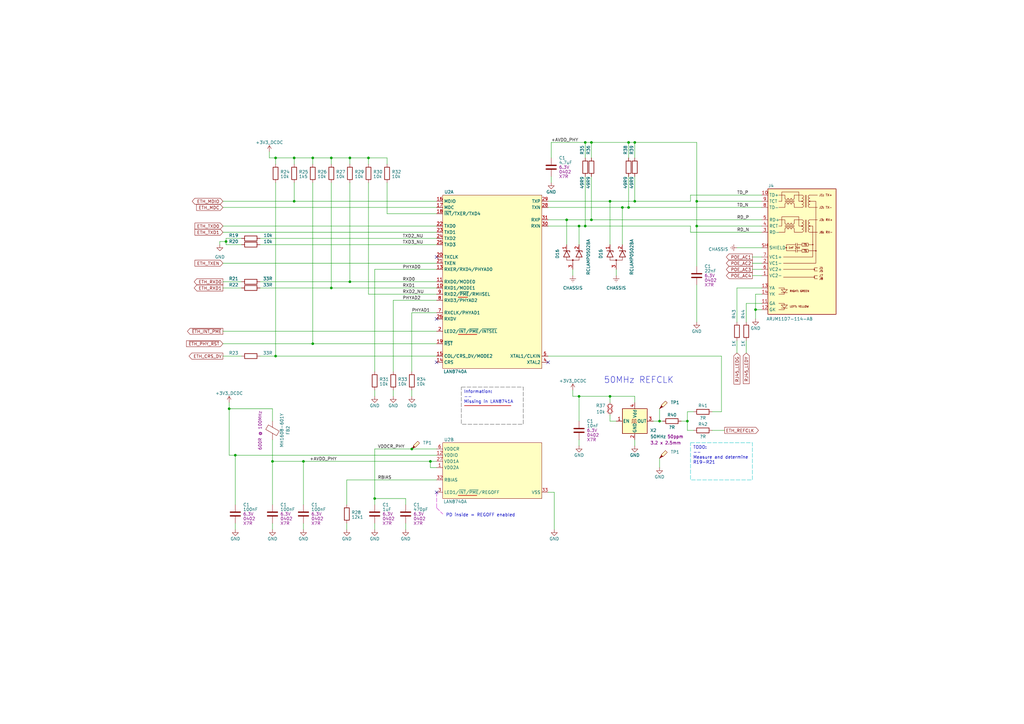
<source format=kicad_sch>
(kicad_sch (version 20230121) (generator eeschema)
  (paper "A3")
  (title_block (title "rt_bridge_pro") (date "2023-04-21") (rev "A") (company "vhrd.tech AS") (comment 1 "Isaikin R.E.") (comment 4 "Draft"))
  (lib_symbols
    (symbol "Connector:TestPoint_Probe" (pin_numbers hide) (pin_names (offset 0.762) hide)
      (property "Reference" "TP" (at 1.651 5.842 0))
      (property "Value" "TestPoint_Probe" (at 1.651 4.064 0))
      (symbol "TestPoint_Probe_1_1"
        (pin passive line (at 0 0 90) (length 0) (name "1") (number "1"))
      )
    )
    (symbol "Device:C" (pin_numbers hide) (pin_names (offset 0.254))
      (property "Reference" "C" (at 0.635 2.54 0))
      (property "Value" "C" (at 0.635 -2.54 0))
      (symbol "C_1_1"
        (pin passive line (at 0 3.81 270) (length 2.794) (name "~") (number "1"))
        (pin passive line (at 0 -3.81 90) (length 2.794) (name "~") (number "2"))
      )
    )
    (symbol "Device:FerriteBead" (pin_numbers hide) (pin_names (offset 0))
      (property "Reference" "FB" (at -3.81 0.635 90))
      (property "Value" "FerriteBead" (at 3.81 0 90))
      (symbol "FerriteBead_1_1"
        (pin passive line (at 0 3.81 270) (length 2.54) (name "~") (number "1"))
        (pin passive line (at 0 -3.81 90) (length 2.54) (name "~") (number "2"))
      )
    )
    (symbol "Device:R" (pin_numbers hide) (pin_names (offset 0))
      (property "Reference" "R" (at 2.032 0 90))
      (property "Value" "R" (at 0 0 90))
      (symbol "R_1_1"
        (pin passive line (at 0 3.81 270) (length 1.27) (name "~") (number "1"))
        (pin passive line (at 0 -3.81 90) (length 1.27) (name "~") (number "2"))
      )
    )
    (symbol "Device:R_Small" (pin_numbers hide) (pin_names (offset 0.254) hide)
      (property "Reference" "R" (at 0.762 0.508 0))
      (property "Value" "R_Small" (at 0.762 -1.016 0))
      (symbol "R_Small_1_1"
        (pin passive line (at 0 2.54 270) (length 0.762) (name "~") (number "1"))
        (pin passive line (at 0 -2.54 90) (length 0.762) (name "~") (number "2"))
      )
    )
    (symbol "Oscillator:ASE-xxxMHz" (pin_names (offset 0.254))
      (property "Reference" "X" (at -5.08 6.35 0))
      (property "Value" "ASE-xxxMHz" (at 1.27 -6.35 0))
      (symbol "ASE-xxxMHz_1_1"
        (pin input line (at -7.62 0 0) (length 2.54) (name "EN") (number "1"))
        (pin power_in line (at 0 -7.62 90) (length 2.54) (name "GND") (number "2"))
        (pin output line (at 7.62 0 180) (length 2.54) (name "OUT") (number "3"))
        (pin power_in line (at 0 7.62 270) (length 2.54) (name "Vdd") (number "4"))
      )
    )
    (symbol "Power_Protection:RCLAMP0502BA" (pin_names hide)
      (property "Reference" "D" (at 0 5.08 0))
      (property "Value" "RCLAMP0502BA" (at 0 -5.08 0))
      (symbol "RCLAMP0502BA_0_1"
        (pin passive line (at -5.08 0 0) (length 2.54) (name "A") (number "3"))
      )
      (symbol "RCLAMP0502BA_1_1"
        (pin passive line (at 5.08 2.54 180) (length 2.54) (name "K1") (number "1"))
        (pin passive line (at 5.08 -2.54 180) (length 2.54) (name "K2") (number "2"))
      )
    )
    (symbol "power:GND" (power) (pin_names (offset 0))
      (property "Value" "GND" (at 0 -3.81 0))
      (symbol "GND_1_1"
        (pin power_in line (at 0 0 270) (length 0) hide (name "GND") (number "1"))
      )
    )
    (symbol "vhrd_connector_abracon:ARJM11D7-114-AB"
      (property "Reference" "J" (at 0.635 1.27 0))
      (property "Value" "ARJM11D7-114-AB" (at 12.7 -24.13 0))
      (property "Description" "100Mbps integrated magnetics and PoE 350mA (cont)" (at 14.605 -57.785 0))
      (symbol "ARJM11D7-114-AB_0_0"
        (text "75" (at 15.24 -25.4 0) (effects (font (size 0.762 0.762))))
        (text "75" (at 15.24 -22.86 0) (effects (font (size 0.762 0.762))))
      )
      (symbol "ARJM11D7-114-AB_1_0"
        (text "1nF 2kV" (at 10.795 -24.13 0) (effects (font (size 0.762 0.762))))
        (text "J1: TX+" (at 20.955 -2.54 0) (effects (font (size 0.889 0.889)) (justify left)))
        (text "J2: TX-" (at 20.955 -7.62 0) (effects (font (size 0.889 0.889)) (justify left)))
        (text "J3: RX+" (at 20.955 -12.7 0) (effects (font (size 0.889 0.889)) (justify left)))
        (text "J4" (at 20.955 -32.385 0) (effects (font (size 0.889 0.889)) (justify left)))
        (text "J5" (at 20.955 -33.655 0) (effects (font (size 0.889 0.889)) (justify left)))
        (text "J6: RX-" (at 20.955 -17.78 0) (effects (font (size 0.889 0.889)) (justify left)))
        (text "J7" (at 20.955 -35.56 0) (effects (font (size 0.889 0.889)) (justify left)))
        (text "J8" (at 20.955 -36.83 0) (effects (font (size 0.889 0.889)) (justify left)))
        (text "LEFT: YELLOW" (at 8.89 -48.26 0) (effects (font (size 0.762 0.762)) (justify left)))
        (text "RIGHT: GREEN" (at 8.89 -41.91 0) (effects (font (size 0.762 0.762)) (justify left)))
      )
      (symbol "ARJM11D7-114-AB_1_1"
        (pin power_out line (at -2.54 -35.56 0) (length 2.54) (name "VC2-") (number "1"))
        (pin passive line (at -2.54 -2.54 0) (length 2.54) (name "TD+") (number "10"))
        (pin passive line (at -2.54 -46.99 0) (length 2.54) (name "GA") (number "11"))
        (pin passive line (at -2.54 -49.53 0) (length 2.54) (name "GK") (number "12"))
        (pin passive line (at -2.54 -40.64 0) (length 2.54) (name "YA") (number "13"))
        (pin passive line (at -2.54 -43.18 0) (length 2.54) (name "YK") (number "14"))
        (pin power_out line (at -2.54 -30.48 0) (length 2.54) (name "VC1-") (number "2"))
        (pin passive line (at -2.54 -17.78 0) (length 2.54) (name "RD-") (number "3"))
        (pin passive line (at -2.54 -15.24 0) (length 2.54) (name "RCT") (number "4"))
        (pin passive line (at -2.54 -12.7 0) (length 2.54) (name "RD+") (number "5"))
        (pin power_out line (at -2.54 -33.02 0) (length 2.54) (name "VC2+") (number "6"))
        (pin power_out line (at -2.54 -27.94 0) (length 2.54) (name "VC1+") (number "7"))
        (pin passive line (at -2.54 -7.62 0) (length 2.54) (name "TD-") (number "8"))
        (pin passive line (at -2.54 -5.08 0) (length 2.54) (name "TCT") (number "9"))
        (pin passive line (at -2.54 -24.13 0) (length 2.54) (name "SHIELD") (number "SH"))
      )
    )
    (symbol "vhrd_interface_ethernet:LAN8740A"
      (property "Reference" "U" (at 2.54 5.08 0))
      (property "Value" "LAN8740A" (at 22.86 5.08 0))
      (symbol "LAN8740A_1_1"
        (pin bidirectional line (at -2.54 -38.1 0) (length 2.54) (name "RXD1/MODE1") (number "10"))
        (pin bidirectional line (at -2.54 -35.56 0) (length 2.54) (name "RXD0/MODE0") (number "11"))
        (pin bidirectional line (at -2.54 -30.48 0) (length 2.54) (name "RXER/RXD4/PHYAD0") (number "13"))
        (pin output line (at -2.54 -68.58 0) (length 2.54) (name "CRS") (number "14"))
        (pin bidirectional line (at -2.54 -66.04 0) (length 2.54) (name "COL/CRS_DV/MODE2") (number "15"))
        (pin bidirectional line (at -2.54 -2.54 0) (length 2.54) (name "MDIO") (number "16"))
        (pin input line (at -2.54 -5.08 0) (length 2.54) (name "MDC") (number "17"))
        (pin bidirectional line (at -2.54 -7.62 0) (length 2.54) (name "~{INT}/TXER/TXD4") (number "18"))
        (pin input line (at -2.54 -60.96 0) (length 2.54) (name "~{RST}") (number "19"))
        (pin bidirectional line (at -2.54 -55.88 0) (length 2.54) (name "LED2/~{INT}/~{PME}/~{INTSEL}") (number "2"))
        (pin output line (at -2.54 -25.4 0) (length 2.54) (name "TXCLK") (number "20"))
        (pin input line (at -2.54 -27.94 0) (length 2.54) (name "TXEN") (number "21"))
        (pin input line (at -2.54 -12.7 0) (length 2.54) (name "TXD0") (number "22"))
        (pin input line (at -2.54 -15.24 0) (length 2.54) (name "TXD1") (number "23"))
        (pin input line (at -2.54 -17.78 0) (length 2.54) (name "TXD2") (number "24"))
        (pin input line (at -2.54 -20.32 0) (length 2.54) (name "TXD3") (number "25"))
        (pin output line (at -2.54 -50.8 0) (length 2.54) (name "RXDV") (number "26"))
        (pin bidirectional line (at 43.18 -5.08 180) (length 2.54) (name "TXN") (number "28"))
        (pin bidirectional line (at 43.18 -2.54 180) (length 2.54) (name "TXP") (number "29"))
        (pin bidirectional line (at 43.18 -12.7 180) (length 2.54) (name "RXN") (number "30"))
        (pin bidirectional line (at 43.18 -10.16 180) (length 2.54) (name "RXP") (number "31"))
        (pin output line (at 43.18 -68.58 180) (length 2.54) (name "XTAL2") (number "4"))
        (pin input line (at 43.18 -66.04 180) (length 2.54) (name "XTAL1/CLKIN") (number "5"))
        (pin bidirectional line (at -2.54 -48.26 0) (length 2.54) (name "RXCLK/PHYAD1") (number "7"))
        (pin bidirectional line (at -2.54 -43.18 0) (length 2.54) (name "RXD3/PHYAD2") (number "8"))
        (pin bidirectional line (at -2.54 -40.64 0) (length 2.54) (name "RXD2/~{PME}/RMIISEL") (number "9"))
      )
      (symbol "LAN8740A_2_1"
        (pin power_in line (at -2.54 -10.16 0) (length 2.54) (name "VDD2A") (number "1"))
        (pin power_in line (at -2.54 -5.08 0) (length 2.54) (name "VDDIO") (number "12"))
        (pin power_in line (at -2.54 -7.62 0) (length 2.54) (name "VDD1A") (number "27"))
        (pin bidirectional line (at -2.54 -20.32 0) (length 2.54) (name "LED1/~{INT}/~{PME}/REGOFF") (number "3"))
        (pin passive line (at -2.54 -15.24 0) (length 2.54) (name "RBIAS") (number "32"))
        (pin power_in line (at 43.18 -20.32 180) (length 2.54) (name "VSS") (number "33"))
        (pin power_in line (at -2.54 -2.54 0) (length 2.54) (name "VDDCR") (number "6"))
      )
    )
    (symbol "vhrd_power:+3V3_DCDC" (power) (pin_names (offset 0))
      (property "Value" "+3V3_DCDC" (at 0 2.54 0))
      (symbol "+3V3_DCDC_0_0"
        (pin power_in line (at 0 0 90) (length 0) hide (name "+3V3_DCDC") (number "1"))
      )
    )
    (symbol "vhrd_power:CHASSIS" (power) (pin_names (offset 0))
      (property "Value" "CHASSIS" (at 0 -3.81 0))
      (symbol "CHASSIS_1_1"
        (pin power_in line (at 0 0 270) (length 0) hide (name "CHASSIS") (number "1"))
      )
    )
  )
  (junction (at 96.52 186.69))
  (junction (at 240.03 58.42))
  (junction (at 257.81 85.09))
  (junction (at 124.46 189.23))
  (junction (at 285.75 92.71))
  (junction (at 113.03 64.77))
  (junction (at 135.89 118.11))
  (junction (at 113.03 146.05))
  (junction (at 92.71 99.06))
  (junction (at 128.27 140.97))
  (junction (at 309.88 127))
  (junction (at 120.65 82.55))
  (junction (at 270.51 172.72))
  (junction (at 260.35 82.55))
  (junction (at 168.91 184.15))
  (junction (at 237.49 162.56))
  (junction (at 232.41 90.17))
  (junction (at 128.27 64.77))
  (junction (at 143.51 115.57))
  (junction (at 257.81 58.42))
  (junction (at 135.89 64.77))
  (junction (at 255.27 85.09))
  (junction (at 237.49 92.71))
  (junction (at 285.75 82.55))
  (junction (at 240.03 92.71))
  (junction (at 111.76 189.23))
  (junction (at 242.57 58.42))
  (junction (at 260.35 58.42))
  (junction (at 250.19 162.56))
  (junction (at 151.13 64.77))
  (junction (at 176.53 189.23))
  (junction (at 250.19 82.55))
  (junction (at 143.51 64.77))
  (junction (at 93.98 167.64))
  (junction (at 120.65 64.77))
  (junction (at 242.57 90.17))
  (junction (at 153.67 204.47))
  (junction (at 281.94 172.72))
  (no_connect (at 179.07 130.81))
  (no_connect (at 179.07 201.93))
  (no_connect (at 179.07 148.59))
  (no_connect (at 179.07 105.41))
  (no_connect (at 224.79 148.59))
  (wire (pts (xy 306.07 139.7) (xy 306.07 144.78)))
  (wire (pts (xy 297.18 176.53) (xy 292.1 176.53)))
  (wire (pts (xy 179.07 82.55) (xy 120.65 82.55)))
  (wire (pts (xy 158.75 87.63) (xy 158.75 74.93)))
  (wire (pts (xy 91.44 115.57) (xy 99.06 115.57)))
  (wire (pts (xy 106.68 146.05) (xy 113.03 146.05)))
  (wire (pts (xy 226.06 58.42) (xy 240.03 58.42)))
  (wire (pts (xy 250.19 162.56) (xy 250.19 165.1)))
  (wire (pts (xy 271.78 172.72) (xy 270.51 172.72)))
  (wire (pts (xy 240.03 64.77) (xy 240.03 58.42)))
  (wire (pts (xy 237.49 180.34) (xy 237.49 182.88)))
  (wire (pts (xy 92.71 99.06) (xy 92.71 97.79)))
  (wire (pts (xy 135.89 64.77) (xy 143.51 64.77)))
  (wire (pts (xy 111.76 189.23) (xy 111.76 207.01)))
  (wire (pts (xy 237.49 92.71) (xy 240.03 92.71)))
  (polyline (pts (xy 190.5 166.37) (xy 209.55 166.37)) (stroke (width 0.254) (color 194 0 0 1)))
  (wire (pts (xy 260.35 162.56) (xy 260.35 165.1)))
  (wire (pts (xy 270.51 167.64) (xy 270.51 172.72)))
  (wire (pts (xy 237.49 172.72) (xy 237.49 162.56)))
  (wire (pts (xy 161.29 152.4) (xy 161.29 123.19)))
  (wire (pts (xy 135.89 118.11) (xy 106.68 118.11)))
  (wire (pts (xy 255.27 85.09) (xy 255.27 100.33)))
  (wire (pts (xy 128.27 64.77) (xy 135.89 64.77)))
  (wire (pts (xy 168.91 184.15) (xy 179.07 184.15)))
  (wire (pts (xy 120.65 64.77) (xy 128.27 64.77)))
  (wire (pts (xy 120.65 82.55) (xy 120.65 74.93)))
  (wire (pts (xy 306.07 132.08) (xy 306.07 124.46)))
  (wire (pts (xy 237.49 162.56) (xy 250.19 162.56)))
  (wire (pts (xy 153.67 214.63) (xy 153.67 217.17)))
  (wire (pts (xy 224.79 90.17) (xy 232.41 90.17)))
  (wire (pts (xy 281.94 176.53) (xy 281.94 172.72)))
  (wire (pts (xy 240.03 72.39) (xy 240.03 92.71)))
  (wire (pts (xy 179.07 95.25) (xy 91.44 95.25)))
  (wire (pts (xy 135.89 74.93) (xy 135.89 118.11)))
  (wire (pts (xy 242.57 90.17) (xy 312.42 90.17)))
  (wire (pts (xy 111.76 172.72) (xy 111.76 167.64)))
  (wire (pts (xy 260.35 82.55) (xy 283.21 82.55)))
  (wire (pts (xy 312.42 120.65) (xy 309.88 120.65)))
  (wire (pts (xy 255.27 85.09) (xy 257.81 85.09)))
  (wire (pts (xy 285.75 58.42) (xy 285.75 82.55)))
  (wire (pts (xy 260.35 58.42) (xy 285.75 58.42)))
  (wire (pts (xy 124.46 207.01) (xy 124.46 189.23)))
  (wire (pts (xy 260.35 72.39) (xy 260.35 82.55)))
  (wire (pts (xy 292.1 168.91) (xy 295.91 168.91)))
  (polyline (pts (xy 187.96 121.92) (xy 191.77 121.92)) (stroke (width 0.254) (color 194 0 0 1)))
  (wire (pts (xy 240.03 92.71) (xy 283.21 92.71)))
  (wire (pts (xy 166.37 204.47) (xy 153.67 204.47)))
  (wire (pts (xy 179.07 115.57) (xy 143.51 115.57)))
  (wire (pts (xy 279.4 172.72) (xy 281.94 172.72)))
  (polyline (pts (xy 179.07 201.93) (xy 179.07 208.28)) (stroke (width 0) (type dash) (color 194 0 194 1)))
  (wire (pts (xy 176.53 189.23) (xy 179.07 189.23)))
  (wire (pts (xy 106.68 97.79) (xy 179.07 97.79)))
  (wire (pts (xy 151.13 120.65) (xy 151.13 74.93)))
  (wire (pts (xy 250.19 82.55) (xy 250.19 100.33)))
  (wire (pts (xy 270.51 187.96) (xy 270.51 191.77)))
  (wire (pts (xy 250.19 162.56) (xy 260.35 162.56)))
  (wire (pts (xy 179.07 140.97) (xy 128.27 140.97)))
  (wire (pts (xy 309.88 130.81) (xy 309.88 127)))
  (wire (pts (xy 106.68 100.33) (xy 179.07 100.33)))
  (wire (pts (xy 90.17 100.33) (xy 90.17 99.06)))
  (wire (pts (xy 92.71 97.79) (xy 99.06 97.79)))
  (polyline (pts (xy 248.92 168.91) (xy 251.46 166.37)) (stroke (width 0) (color 194 0 0 1)))
  (wire (pts (xy 242.57 72.39) (xy 242.57 90.17)))
  (wire (pts (xy 240.03 58.42) (xy 242.57 58.42)))
  (wire (pts (xy 142.24 196.85) (xy 179.07 196.85)))
  (wire (pts (xy 143.51 74.93) (xy 143.51 115.57)))
  (wire (pts (xy 93.98 165.1) (xy 93.98 167.64)))
  (wire (pts (xy 153.67 204.47) (xy 153.67 207.01)))
  (wire (pts (xy 285.75 82.55) (xy 312.42 82.55)))
  (wire (pts (xy 91.44 135.89) (xy 179.07 135.89)))
  (wire (pts (xy 124.46 189.23) (xy 176.53 189.23)))
  (wire (pts (xy 168.91 128.27) (xy 179.07 128.27)))
  (polyline (pts (xy 179.07 208.28) (xy 181.61 210.82)) (stroke (width 0) (type dash) (color 194 0 194 1)))
  (polyline (pts (xy 187.96 137.16) (xy 195.58 137.16)) (stroke (width 0.254) (color 194 0 0 1)))
  (wire (pts (xy 237.49 92.71) (xy 237.49 100.33)))
  (wire (pts (xy 312.42 110.49) (xy 308.61 110.49)))
  (wire (pts (xy 166.37 207.01) (xy 166.37 204.47)))
  (wire (pts (xy 252.73 110.49) (xy 252.73 113.03)))
  (wire (pts (xy 283.21 92.71) (xy 283.21 95.25)))
  (wire (pts (xy 91.44 107.95) (xy 179.07 107.95)))
  (wire (pts (xy 237.49 162.56) (xy 234.95 162.56)))
  (wire (pts (xy 168.91 160.02) (xy 168.91 162.56)))
  (wire (pts (xy 113.03 67.31) (xy 113.03 64.77)))
  (wire (pts (xy 110.49 62.23) (xy 110.49 64.77)))
  (wire (pts (xy 91.44 140.97) (xy 128.27 140.97)))
  (wire (pts (xy 161.29 160.02) (xy 161.29 162.56)))
  (wire (pts (xy 302.26 132.08) (xy 302.26 118.11)))
  (wire (pts (xy 302.26 118.11) (xy 312.42 118.11)))
  (wire (pts (xy 284.48 176.53) (xy 281.94 176.53)))
  (wire (pts (xy 111.76 167.64) (xy 93.98 167.64)))
  (wire (pts (xy 179.07 118.11) (xy 135.89 118.11)))
  (wire (pts (xy 281.94 172.72) (xy 281.94 168.91)))
  (wire (pts (xy 153.67 184.15) (xy 168.91 184.15)))
  (wire (pts (xy 257.81 85.09) (xy 312.42 85.09)))
  (wire (pts (xy 153.67 110.49) (xy 179.07 110.49)))
  (wire (pts (xy 90.17 99.06) (xy 92.71 99.06)))
  (wire (pts (xy 306.07 124.46) (xy 312.42 124.46)))
  (wire (pts (xy 227.33 201.93) (xy 224.79 201.93)))
  (wire (pts (xy 252.73 172.72) (xy 250.19 172.72)))
  (wire (pts (xy 176.53 191.77) (xy 176.53 189.23)))
  (wire (pts (xy 153.67 152.4) (xy 153.67 110.49)))
  (wire (pts (xy 113.03 146.05) (xy 179.07 146.05)))
  (wire (pts (xy 143.51 64.77) (xy 143.51 67.31)))
  (wire (pts (xy 179.07 87.63) (xy 158.75 87.63)))
  (wire (pts (xy 153.67 160.02) (xy 153.67 162.56)))
  (wire (pts (xy 312.42 107.95) (xy 308.61 107.95)))
  (wire (pts (xy 113.03 64.77) (xy 120.65 64.77)))
  (wire (pts (xy 283.21 80.01) (xy 283.21 82.55)))
  (wire (pts (xy 151.13 64.77) (xy 151.13 67.31)))
  (wire (pts (xy 309.88 127) (xy 312.42 127)))
  (wire (pts (xy 295.91 146.05) (xy 224.79 146.05)))
  (wire (pts (xy 226.06 58.42) (xy 226.06 64.77)))
  (wire (pts (xy 135.89 64.77) (xy 135.89 67.31)))
  (wire (pts (xy 234.95 160.02) (xy 234.95 162.56)))
  (wire (pts (xy 111.76 214.63) (xy 111.76 217.17)))
  (wire (pts (xy 283.21 95.25) (xy 312.42 95.25)))
  (wire (pts (xy 153.67 204.47) (xy 153.67 184.15)))
  (wire (pts (xy 158.75 64.77) (xy 158.75 67.31)))
  (wire (pts (xy 96.52 186.69) (xy 93.98 186.69)))
  (polyline (pts (xy 248.92 166.37) (xy 251.46 168.91)) (stroke (width 0) (color 194 0 0 1)))
  (wire (pts (xy 250.19 172.72) (xy 250.19 170.18)))
  (wire (pts (xy 179.07 191.77) (xy 176.53 191.77)))
  (wire (pts (xy 309.88 120.65) (xy 309.88 127)))
  (wire (pts (xy 260.35 58.42) (xy 260.35 64.77)))
  (wire (pts (xy 285.75 92.71) (xy 285.75 109.22)))
  (wire (pts (xy 312.42 105.41) (xy 308.61 105.41)))
  (wire (pts (xy 312.42 113.03) (xy 308.61 113.03)))
  (wire (pts (xy 285.75 116.84) (xy 285.75 132.08)))
  (wire (pts (xy 166.37 214.63) (xy 166.37 217.17)))
  (wire (pts (xy 179.07 92.71) (xy 91.44 92.71)))
  (wire (pts (xy 224.79 92.71) (xy 237.49 92.71)))
  (wire (pts (xy 232.41 90.17) (xy 232.41 100.33)))
  (wire (pts (xy 124.46 189.23) (xy 111.76 189.23)))
  (wire (pts (xy 285.75 92.71) (xy 312.42 92.71)))
  (wire (pts (xy 111.76 180.34) (xy 111.76 189.23)))
  (wire (pts (xy 232.41 90.17) (xy 242.57 90.17)))
  (wire (pts (xy 227.33 217.17) (xy 227.33 201.93)))
  (wire (pts (xy 151.13 64.77) (xy 158.75 64.77)))
  (wire (pts (xy 168.91 152.4) (xy 168.91 128.27)))
  (wire (pts (xy 257.81 58.42) (xy 260.35 58.42)))
  (wire (pts (xy 295.91 168.91) (xy 295.91 146.05)))
  (wire (pts (xy 120.65 64.77) (xy 120.65 67.31)))
  (wire (pts (xy 92.71 100.33) (xy 92.71 99.06)))
  (wire (pts (xy 128.27 140.97) (xy 128.27 74.93)))
  (wire (pts (xy 142.24 207.01) (xy 142.24 196.85)))
  (wire (pts (xy 283.21 80.01) (xy 312.42 80.01)))
  (wire (pts (xy 151.13 120.65) (xy 179.07 120.65)))
  (wire (pts (xy 234.95 110.49) (xy 234.95 113.03)))
  (polyline (pts (xy 187.96 203.2) (xy 195.58 203.2)) (stroke (width 0.254) (color 194 0 0 1)))
  (wire (pts (xy 143.51 64.77) (xy 151.13 64.77)))
  (wire (pts (xy 92.71 100.33) (xy 99.06 100.33)))
  (wire (pts (xy 250.19 82.55) (xy 260.35 82.55)))
  (wire (pts (xy 113.03 74.93) (xy 113.03 146.05)))
  (wire (pts (xy 224.79 85.09) (xy 255.27 85.09)))
  (wire (pts (xy 143.51 115.57) (xy 106.68 115.57)))
  (wire (pts (xy 242.57 58.42) (xy 242.57 64.77)))
  (wire (pts (xy 96.52 214.63) (xy 96.52 217.17)))
  (wire (pts (xy 93.98 167.64) (xy 93.98 186.69)))
  (wire (pts (xy 257.81 72.39) (xy 257.81 85.09)))
  (wire (pts (xy 142.24 214.63) (xy 142.24 217.17)))
  (wire (pts (xy 281.94 168.91) (xy 284.48 168.91)))
  (wire (pts (xy 128.27 64.77) (xy 128.27 67.31)))
  (wire (pts (xy 91.44 82.55) (xy 120.65 82.55)))
  (wire (pts (xy 113.03 64.77) (xy 110.49 64.77)))
  (wire (pts (xy 91.44 146.05) (xy 99.06 146.05)))
  (wire (pts (xy 302.26 139.7) (xy 302.26 144.78)))
  (wire (pts (xy 257.81 58.42) (xy 257.81 64.77)))
  (wire (pts (xy 161.29 123.19) (xy 179.07 123.19)))
  (wire (pts (xy 285.75 82.55) (xy 285.75 92.71)))
  (wire (pts (xy 96.52 186.69) (xy 179.07 186.69)))
  (wire (pts (xy 91.44 85.09) (xy 179.07 85.09)))
  (wire (pts (xy 242.57 58.42) (xy 257.81 58.42)))
  (wire (pts (xy 224.79 82.55) (xy 250.19 82.55)))
  (wire (pts (xy 270.51 172.72) (xy 267.97 172.72)))
  (wire (pts (xy 226.06 72.39) (xy 226.06 74.93)))
  (wire (pts (xy 91.44 118.11) (xy 99.06 118.11)))
  (wire (pts (xy 96.52 207.01) (xy 96.52 186.69)))
  (wire (pts (xy 260.35 180.34) (xy 260.35 182.88)))
  (wire (pts (xy 302.26 101.6) (xy 312.42 101.6)))
  (wire (pts (xy 124.46 214.63) (xy 124.46 217.17)))
  (text_box "Information:\n--\nMissing in LAN8741A\n" (at 189.23 158.75 0) (size 25.4 15.24) (stroke (width 0.1524) (type dash) (color 72 72 72 1)) (effects (font (size 1.27 1.27)) (justify left top)))
  (text_box "TODO:\n--\nMeasure and determine R19-R21" (at 283.21 181.61 0) (size 25.4 15.24) (stroke (width 0.1524) (type dash) (color 0 194 194 1)) (effects (font (size 1.27 1.27)) (justify left top)))
  (text "50MHz REFCLK" (at 247.65 157.48 0) (effects (font (size 2.54 2.54)) (justify left bottom)))
  (text "PD inside = REGOFF enabled " (at 182.88 212.09 0) (effects (font (size 1.27 1.27)) (justify left bottom)))
  (label "TXD2_NU" (at 165.1 97.79 0))
  (label "RD_P" (at 302.26 90.17 0))
  (label "+AVDD_PHY" (at 127 189.23 0))
  (label "PHYAD2" (at 165.1 123.19 0))
  (label "PHYAD0" (at 165.1 110.49 0))
  (label "TD_P" (at 302.26 80.01 0))
  (label "PHYAD1" (at 168.91 128.27 0))
  (label "TD_N" (at 302.26 85.09 0))
  (label "RBIAS" (at 154.94 196.85 0))
  (label "RXD2_NU" (at 165.1 120.65 0))
  (label "RD_N" (at 302.26 95.25 0))
  (label "RXD0" (at 165.1 115.57 0))
  (label "VDDCR_PHY" (at 154.94 184.15 0))
  (label "+AVDD_PHY" (at 226.06 58.42 0))
  (label "RXD1" (at 165.1 118.11 0))
  (label "TXD3_NU" (at 165.1 100.33 0))
  (global_label "ETH_TXD0" (shape input) (at 91.44 92.71 180) (property "Intersheetrefs" "${INTERSHEET_REFS}" (effects hide)))
  (global_label "POE_AC1" (shape output) (at 308.61 105.41 180) (property "Intersheetrefs" "${INTERSHEET_REFS}" (effects hide)))
  (global_label "POE_AC4" (shape output) (at 308.61 113.03 180) (property "Intersheetrefs" "${INTERSHEET_REFS}" (effects hide)))
  (global_label "~{ETH_PHY_RST}" (shape input) (at 91.44 140.97 180) (property "Intersheetrefs" "${INTERSHEET_REFS}" (effects hide)))
  (global_label "POE_AC2" (shape output) (at 308.61 107.95 180) (property "Intersheetrefs" "${INTERSHEET_REFS}" (effects hide)))
  (global_label "~{ETH_INT_PME}" (shape output) (at 91.44 135.89 180) (property "Intersheetrefs" "${INTERSHEET_REFS}" (effects hide)))
  (global_label "POE_AC3" (shape output) (at 308.61 110.49 180) (property "Intersheetrefs" "${INTERSHEET_REFS}" (effects hide)))
  (global_label "ETH_TXEN" (shape input) (at 91.44 107.95 180) (property "Intersheetrefs" "${INTERSHEET_REFS}" (effects hide)))
  (global_label "ETH_TXD1" (shape input) (at 91.44 95.25 180) (property "Intersheetrefs" "${INTERSHEET_REFS}" (effects hide)))
  (global_label "ETH_CRS_DV" (shape output) (at 91.44 146.05 180) (property "Intersheetrefs" "${INTERSHEET_REFS}" (effects hide)))
  (global_label "ETH_MDC" (shape input) (at 91.44 85.09 180) (property "Intersheetrefs" "${INTERSHEET_REFS}" (effects hide)))
  (global_label "ETH_RXD0" (shape output) (at 91.44 115.57 180) (property "Intersheetrefs" "${INTERSHEET_REFS}" (effects hide)))
  (global_label "ETH_RXD1" (shape output) (at 91.44 118.11 180) (property "Intersheetrefs" "${INTERSHEET_REFS}" (effects hide)))
  (global_label "ETH_REFCLK" (shape output) (at 297.18 176.53 0) (property "Intersheetrefs" "${INTERSHEET_REFS}" (effects hide)))
  (global_label "ETH_MDIO" (shape bidirectional) (at 91.44 82.55 180) (property "Intersheetrefs" "${INTERSHEET_REFS}" (effects hide)))
  (global_label "RJ45_LEDG" (shape input) (at 302.26 144.78 270) (property "Intersheetrefs" "${INTERSHEET_REFS}" (effects hide)))
  (global_label "RJ45_LEDY" (shape input) (at 306.07 144.78 270) (property "Intersheetrefs" "${INTERSHEET_REFS}" (effects hide)))
  (symbol (lib_id "Device:R") (at 240.03 68.58 0) (unit 1)
    (property "Reference" "R35" (at 238.76 63.5 90) (effects (justify left)))
    (property "Value" "49R9" (at 238.76 77.47 90) (effects (justify left)))
    (property "Footprint" "Resistor_SMD:R_0402_1005Metric" (effects hide))
    (property "Mpn1" "CR0402-FX-49R9GLF" (effects hide))
    (property "Mpn2" "RMCF0402FT49R9" (effects hide))
  )
  (symbol (lib_id "Device:R") (at 257.81 68.58 0) (unit 1)
    (property "Reference" "R38" (at 256.54 63.5 90) (effects (justify left)))
    (property "Value" "49R9" (at 256.54 77.47 90) (effects (justify left)))
    (property "Footprint" "Resistor_SMD:R_0402_1005Metric" (effects hide))
    (property "Mpn1" "CR0402-FX-49R9GLF" (effects hide))
    (property "Mpn2" "RMCF0402FT49R9" (effects hide))
  )
  (symbol (lib_id "Device:C") (at 285.75 113.03 0) (unit 1)
    (property "Reference" "C1" (at 288.925 109.22 0) (effects (justify left)))
    (property "Value" "22nF" (at 288.925 111.125 0) (effects (justify left)))
    (property "Footprint" "Capacitor_SMD:C_0402_1005Metric" (effects hide))
    (property "Voltage" "6.3V" (at 288.925 113.03 0) (effects (justify left)))
    (property "Dielectric" "X7R" (at 288.925 116.84 0) (effects (justify left)))
    (property "Package" "0402" (at 288.925 114.935 0) (effects (justify left)))
    (property "Mpn1" "GRM155R70J223KA01J" (effects hide))
    (property "Mpn2" "C0402C223K9RAC7867" (effects hide))
    (instances (project "vb125_eth_fdcan_pro" (path "" (reference "C1") (unit 1)) (path "" (reference "C40") (unit 1))))
  )
  (symbol (lib_id "Device:R") (at 302.26 135.89 0) (unit 1)
    (property "Reference" "R43" (at 300.99 130.81 90) (effects (justify left)))
    (property "Value" "1K" (at 300.99 142.24 90) (effects (justify left)))
    (property "Footprint" "Resistor_SMD:R_0402_1005Metric" (effects hide))
    (property "Mpn1" "RMCF0402FT1K00" (effects hide))
    (property "Mpn2" "RC0402FR-071KL" (effects hide))
  )
  (symbol (lib_id "Power_Protection:RCLAMP0502BA") (at 234.95 105.41 90) (unit 1)
    (property "Reference" "D16" (at 228.6 104.14 0))
    (property "Value" "RCLAMP0502BA" (at 241.3 105.41 0))
    (property "Footprint" "Package_TO_SOT_SMD:SOT-416" (effects hide))
    (property "Datasheet" "https://www.semtech.com/products/circuit-protection/low-capacitance/rclamp0502ba" (effects hide))
    (instances (project "vb125_eth_fdcan_pro" (path "" (reference "D16") (unit 1)) (path "" (reference "D1") (unit 1))))
  )
  (symbol (lib_id "power:GND") (at 285.75 132.08 0) (unit 1)
    (property "Reference" "#PWR082" (effects hide))
    (property "Value" "GND" (at 285.75 135.89 0))
  )
  (symbol (lib_id "vhrd_interface_ethernet:LAN8740A") (at 181.61 80.01 0) (unit 1)
    (property "Reference" "U2" (at 184.15 78.74 0))
    (property "Value" "LAN8740A" (at 186.69 152.4 0))
    (property "Footprint" "vhrd_interface_ethernet:QFN-32-1EP_5x5mm_P0.5mm_EP3.3x3.3mm_ThermalVias" (effects hide))
    (property "Datasheet" "http://ww1.microchip.com/downloads/en/DeviceDoc/8710a.pdf" (effects hide))
    (property "Description" "IC TRANSCEIVER FULL 1/1 32SQFN" (effects hide))
  )
  (symbol (lib_id "Device:R") (at 102.87 118.11 90) (unit 1)
    (property "Reference" "R22" (at 97.79 116.84 90) (effects (justify left)))
    (property "Value" "33R" (at 111.76 116.84 90) (effects (justify left)))
    (property "Footprint" "Resistor_SMD:R_0402_1005Metric" (effects hide))
    (property "Mpn1" "CR0402-FX-33R0GLF" (effects hide))
    (property "Mpn2" "RMCF0402FT33R0" (effects hide))
  )
  (symbol (lib_id "vhrd_power:+3V3_DCDC") (at 110.49 62.23 0) (unit 1)
    (property "Reference" "#PWR065" (effects hide))
    (property "Value" "+3V3_DCDC" (at 110.49 58.42 0))
  )
  (symbol (lib_id "power:GND") (at 237.49 182.88 0) (unit 1)
    (property "Reference" "#PWR077" (effects hide))
    (property "Value" "GND" (at 237.49 186.69 0))
  )
  (symbol (lib_id "Device:FerriteBead") (at 111.76 176.53 0) (unit 1)
    (property "Reference" "FB2" (at 118.11 176.4792 90))
    (property "Value" "MH1608-601Y" (at 115.57 176.4792 90))
    (property "Footprint" "Inductor_SMD:L_0603_1608Metric" (effects hide))
    (property "Impedance" "600R @ 100MHz" (at 106.68 176.53 90))
  )
  (symbol (lib_id "power:GND") (at 153.67 217.17 0) (unit 1)
    (property "Reference" "#PWR070" (effects hide))
    (property "Value" "GND" (at 153.67 220.98 0))
  )
  (symbol (lib_id "Device:R") (at 102.87 146.05 90) (unit 1)
    (property "Reference" "R23" (at 97.79 144.78 90) (effects (justify left)))
    (property "Value" "33R" (at 111.76 144.78 90) (effects (justify left)))
    (property "Footprint" "Resistor_SMD:R_0402_1005Metric" (effects hide))
    (property "Mpn1" "CR0402-FX-33R0GLF" (effects hide))
    (property "Mpn2" "RMCF0402FT33R0" (effects hide))
  )
  (symbol (lib_id "Connector:TestPoint_Probe") (at 168.91 184.15 0) (unit 1)
    (property "Reference" "TP1" (at 175.26 181.61 0))
    (property "Value" "TestPoint_Probe" (effects hide))
    (property "Footprint" "TestPoint:TestPoint_Pad_D1.5mm" (effects hide))
    (instances (project "vb125_eth_fdcan_pro" (path "" (reference "TP1") (unit 1)) (path "" (reference "TP4") (unit 1))))
  )
  (symbol (lib_id "power:GND") (at 96.52 217.17 0) (unit 1)
    (property "Reference" "#PWR064" (effects hide))
    (property "Value" "GND" (at 96.52 220.98 0))
  )
  (symbol (lib_id "Device:R") (at 113.03 71.12 0) (unit 1)
    (property "Reference" "R24" (at 114.935 70.485 0) (effects (justify left)))
    (property "Value" "10k" (at 114.935 72.39 0) (effects (justify left)))
    (property "Footprint" "Resistor_SMD:R_0402_1005Metric" (effects hide))
    (property "Mpn1" "RMCF0402FT10K0" (effects hide))
    (property "Mpn2" "CR0402-FX-1002GLF" (effects hide))
  )
  (symbol (lib_id "Device:R") (at 102.87 100.33 90) (unit 1)
    (property "Reference" "R20" (at 97.79 99.06 90) (effects (justify left)))
    (property "Value" "10k" (at 111.76 99.06 90) (effects (justify left)))
    (property "Footprint" "Resistor_SMD:R_0402_1005Metric" (effects hide))
    (property "Mpn1" "RMCF0402FT10K0" (effects hide))
    (property "Mpn2" "CR0402-FX-1002GLF" (effects hide))
  )
  (symbol (lib_id "power:GND") (at 260.35 182.88 0) (unit 1)
    (property "Reference" "#PWR079" (effects hide))
    (property "Value" "GND" (at 260.35 186.69 0))
  )
  (symbol (lib_id "vhrd_connector_abracon:ARJM11D7-114-AB") (at 314.96 77.47 0) (unit 1)
    (property "Reference" "J4" (at 316.23 76.2 0))
    (property "Value" "ARJM11D7-114-AB" (at 323.85 130.81 0))
    (property "Footprint" "vhrd_connector_abracon:ARJM11D7-114-AB-EW2" (effects hide))
    (property "Datasheet" "https://abracon.com/Magnetics/ARJM11.pdf" (effects hide))
    (property "Description" "100Mbps integrated magnetics and PoE 350mA (cont)" (effects hide))
  )
  (symbol (lib_id "Connector:TestPoint_Probe") (at 270.51 187.96 0) (unit 1)
    (property "Reference" "TP1" (at 276.86 185.42 0))
    (property "Value" "TestPoint_Probe" (effects hide))
    (property "Footprint" "TestPoint:TestPoint_Pad_D1.5mm" (effects hide))
    (instances (project "vb125_eth_fdcan_pro" (path "" (reference "TP1") (unit 1)) (path "" (reference "TP6") (unit 1)) (path "" (reference "TP6") (unit 1))))
  )
  (symbol (lib_id "Device:R") (at 158.75 71.12 0) (unit 1)
    (property "Reference" "R32" (at 160.655 70.485 0) (effects (justify left)))
    (property "Value" "10k" (at 160.655 72.39 0) (effects (justify left)))
    (property "Footprint" "Resistor_SMD:R_0402_1005Metric" (effects hide))
    (property "Mpn1" "RMCF0402FT10K0" (effects hide))
    (property "Mpn2" "CR0402-FX-1002GLF" (effects hide))
  )
  (symbol (lib_id "power:GND") (at 226.06 74.93 0) (unit 1)
    (property "Reference" "#PWR074" (effects hide))
    (property "Value" "GND" (at 226.06 78.74 0))
  )
  (symbol (lib_id "Device:R") (at 260.35 68.58 0) (unit 1)
    (property "Reference" "R39" (at 259.08 63.5 90) (effects (justify left)))
    (property "Value" "49R9" (at 259.08 77.47 90) (effects (justify left)))
    (property "Footprint" "Resistor_SMD:R_0402_1005Metric" (effects hide))
    (property "Mpn1" "CR0402-FX-49R9GLF" (effects hide))
    (property "Mpn2" "RMCF0402FT49R9" (effects hide))
  )
  (symbol (lib_id "Device:C") (at 153.67 210.82 0) (unit 1)
    (property "Reference" "C1" (at 156.845 207.01 0) (effects (justify left)))
    (property "Value" "1uF" (at 156.845 208.915 0) (effects (justify left)))
    (property "Footprint" "Capacitor_SMD:C_0402_1005Metric" (effects hide))
    (property "Voltage" "6.3V" (at 156.845 210.82 0) (effects (justify left)))
    (property "Dielectric" "X7R" (at 156.845 214.63 0) (effects (justify left)))
    (property "Package" "0402" (at 156.845 212.725 0) (effects (justify left)))
    (property "Vworking" "3.3V" (effects hide))
    (property "Mpn1" "Murata:GRM155R70J105KA12D" (effects hide))
    (property "Mpn2" "Murata:GRM155R70J105KA12J" (effects hide))
    (instances (project "vb125_eth_fdcan_pro" (path "" (reference "C1") (unit 1)) (path "" (reference "C35") (unit 1))))
  )
  (symbol (lib_id "vhrd_power:CHASSIS") (at 302.26 101.6 270) (unit 1)
    (property "Reference" "#PWR0153" (effects hide))
    (property "Value" "CHASSIS" (at 294.64 102.235 90))
    (instances (project "vb125_eth_fdcan_pro" (path "" (reference "#PWR0153") (unit 1)) (path "" (reference "#PWR083") (unit 1))))
  )
  (symbol (lib_id "Device:R") (at 102.87 115.57 90) (unit 1)
    (property "Reference" "R21" (at 97.79 114.3 90) (effects (justify left)))
    (property "Value" "33R" (at 111.76 114.3 90) (effects (justify left)))
    (property "Footprint" "Resistor_SMD:R_0402_1005Metric" (effects hide))
    (property "Mpn1" "CR0402-FX-33R0GLF" (effects hide))
    (property "Mpn2" "RMCF0402FT33R0" (effects hide))
  )
  (symbol (lib_id "vhrd_power:CHASSIS") (at 234.95 113.03 0) (unit 1)
    (property "Reference" "#PWR0153" (effects hide))
    (property "Value" "CHASSIS" (at 234.95 118.11 0))
    (instances (project "vb125_eth_fdcan_pro" (path "" (reference "#PWR0153") (unit 1)) (path "" (reference "#PWR080") (unit 1))))
  )
  (symbol (lib_id "Device:R") (at 143.51 71.12 0) (unit 1)
    (property "Reference" "R29" (at 145.415 70.485 0) (effects (justify left)))
    (property "Value" "10k" (at 145.415 72.39 0) (effects (justify left)))
    (property "Footprint" "Resistor_SMD:R_0402_1005Metric" (effects hide))
    (property "Mpn1" "RMCF0402FT10K0" (effects hide))
    (property "Mpn2" "CR0402-FX-1002GLF" (effects hide))
  )
  (symbol (lib_id "power:GND") (at 161.29 162.56 0) (unit 1)
    (property "Reference" "#PWR071" (effects hide))
    (property "Value" "GND" (at 161.29 166.37 0))
  )
  (symbol (lib_id "vhrd_power:+3V3_DCDC") (at 93.98 165.1 0) (unit 1)
    (property "Reference" "#PWR063" (effects hide))
    (property "Value" "+3V3_DCDC" (at 93.98 161.29 0))
  )
  (symbol (lib_id "Connector:TestPoint_Probe") (at 270.51 167.64 0) (unit 1)
    (property "Reference" "TP1" (at 276.86 165.1 0))
    (property "Value" "TestPoint_Probe" (effects hide))
    (property "Footprint" "TestPoint:TestPoint_Pad_D1.5mm" (effects hide))
    (instances (project "vb125_eth_fdcan_pro" (path "" (reference "TP1") (unit 1)) (path "" (reference "TP5") (unit 1))))
  )
  (symbol (lib_id "Device:R") (at 161.29 156.21 0) (unit 1)
    (property "Reference" "R33" (at 163.195 155.575 0) (effects (justify left)))
    (property "Value" "10k" (at 163.195 157.48 0) (effects (justify left)))
    (property "Footprint" "Resistor_SMD:R_0402_1005Metric" (effects hide))
    (property "Mpn1" "RMCF0402FT10K0" (effects hide))
    (property "Mpn2" "CR0402-FX-1002GLF" (effects hide))
  )
  (symbol (lib_id "power:GND") (at 270.51 191.77 0) (unit 1)
    (property "Reference" "#PWR081" (effects hide))
    (property "Value" "GND" (at 270.51 195.58 0))
  )
  (symbol (lib_id "Device:R") (at 306.07 135.89 0) (unit 1)
    (property "Reference" "R44" (at 304.8 130.81 90) (effects (justify left)))
    (property "Value" "1K" (at 304.8 142.24 90) (effects (justify left)))
    (property "Footprint" "Resistor_SMD:R_0402_1005Metric" (effects hide))
    (property "Mpn1" "RMCF0402FT1K00" (effects hide))
    (property "Mpn2" "RC0402FR-071KL" (effects hide))
  )
  (symbol (lib_id "power:GND") (at 309.88 130.81 0) (unit 1)
    (property "Reference" "#PWR084" (effects hide))
    (property "Value" "GND" (at 309.88 134.62 0))
  )
  (symbol (lib_id "power:GND") (at 142.24 217.17 0) (unit 1)
    (property "Reference" "#PWR068" (effects hide))
    (property "Value" "GND" (at 142.24 220.98 0))
  )
  (symbol (lib_id "Device:C") (at 124.46 210.82 0) (unit 1)
    (property "Reference" "C1" (at 127.635 207.01 0) (effects (justify left)))
    (property "Value" "100nF" (at 127.635 208.915 0) (effects (justify left)))
    (property "Footprint" "Capacitor_SMD:C_0402_1005Metric" (effects hide))
    (property "Voltage" "6.3V" (at 127.635 210.82 0) (effects (justify left)))
    (property "Dielectric" "X7R" (at 127.635 214.63 0) (effects (justify left)))
    (property "Package" "0402" (at 127.635 212.725 0) (effects (justify left)))
    (property "Vworking" "3.3V" (effects hide))
    (property "Mpn1" "Samsung:CL05B104KQ5NNNC  " (effects hide))
    (property "Mpn2" "YAGEO:CC0402KRX7R5BB104" (effects hide))
    (instances (project "vb125_eth_fdcan_pro" (path "" (reference "C1") (unit 1)) (path "" (reference "C34") (unit 1))))
  )
  (symbol (lib_id "Device:R") (at 142.24 210.82 0) (unit 1)
    (property "Reference" "R28" (at 144.145 210.185 0) (effects (justify left)))
    (property "Value" "12k1" (at 144.145 212.09 0) (effects (justify left)))
    (property "Footprint" "Resistor_SMD:R_0402_1005Metric" (effects hide))
    (property "Mpn1" "RMCF0402FT12K1" (effects hide))
    (property "Mpn2" "RC0402FR-0712K1L" (effects hide))
  )
  (symbol (lib_id "power:GND") (at 227.33 217.17 0) (unit 1)
    (property "Reference" "#PWR075" (effects hide))
    (property "Value" "GND" (at 227.33 220.98 0))
  )
  (symbol (lib_id "Device:C") (at 111.76 210.82 0) (unit 1)
    (property "Reference" "C1" (at 114.935 207.01 0) (effects (justify left)))
    (property "Value" "100nF" (at 114.935 208.915 0) (effects (justify left)))
    (property "Footprint" "Capacitor_SMD:C_0402_1005Metric" (effects hide))
    (property "Voltage" "6.3V" (at 114.935 210.82 0) (effects (justify left)))
    (property "Dielectric" "X7R" (at 114.935 214.63 0) (effects (justify left)))
    (property "Package" "0402" (at 114.935 212.725 0) (effects (justify left)))
    (property "Vworking" "3.3V" (effects hide))
    (property "Mpn1" "Samsung:CL05B104KQ5NNNC  " (effects hide))
    (property "Mpn2" "YAGEO:CC0402KRX7R5BB104" (effects hide))
    (instances (project "vb125_eth_fdcan_pro" (path "" (reference "C1") (unit 1)) (path "" (reference "C33") (unit 1))))
  )
  (symbol (lib_id "Power_Protection:RCLAMP0502BA") (at 252.73 105.41 90) (unit 1)
    (property "Reference" "D16" (at 246.38 104.14 0))
    (property "Value" "RCLAMP0502BA" (at 259.08 105.41 0))
    (property "Footprint" "Package_TO_SOT_SMD:SOT-416" (effects hide))
    (property "Datasheet" "https://www.semtech.com/products/circuit-protection/low-capacitance/rclamp0502ba" (effects hide))
    (instances (project "vb125_eth_fdcan_pro" (path "" (reference "D16") (unit 1)) (path "" (reference "D21") (unit 1))))
  )
  (symbol (lib_id "Device:R") (at 288.29 168.91 90) (unit 1)
    (property "Reference" "R41" (at 288.29 166.37 90))
    (property "Value" "?R" (at 288.29 171.45 90))
    (property "Footprint" "Resistor_SMD:R_0402_1005Metric" (effects hide))
  )
  (symbol (lib_id "Device:R") (at 102.87 97.79 90) (unit 1)
    (property "Reference" "R19" (at 97.79 96.52 90) (effects (justify left)))
    (property "Value" "10k" (at 111.76 96.52 90) (effects (justify left)))
    (property "Footprint" "Resistor_SMD:R_0402_1005Metric" (effects hide))
    (property "Mpn1" "RMCF0402FT10K0" (effects hide))
    (property "Mpn2" "CR0402-FX-1002GLF" (effects hide))
  )
  (symbol (lib_id "vhrd_power:+3V3_DCDC") (at 234.95 160.02 0) (unit 1)
    (property "Reference" "#PWR076" (effects hide))
    (property "Value" "+3V3_DCDC" (at 234.95 156.21 0))
  )
  (symbol (lib_id "power:GND") (at 111.76 217.17 0) (unit 1)
    (property "Reference" "#PWR066" (effects hide))
    (property "Value" "GND" (at 111.76 220.98 0))
  )
  (symbol (lib_id "vhrd_interface_ethernet:LAN8740A") (at 181.61 181.61 0) (unit 2)
    (property "Reference" "U2" (at 184.15 180.34 0))
    (property "Value" "LAN8740A" (at 186.69 205.74 0))
    (property "Footprint" "vhrd_interface_ethernet:QFN-32-1EP_5x5mm_P0.5mm_EP3.3x3.3mm_ThermalVias" (effects hide))
    (property "Datasheet" "http://ww1.microchip.com/downloads/en/DeviceDoc/8710a.pdf" (effects hide))
    (property "Description" "IC TRANSCEIVER FULL 1/1 32SQFN" (effects hide))
  )
  (symbol (lib_id "Device:R") (at 242.57 68.58 0) (unit 1)
    (property "Reference" "R36" (at 241.3 63.5 90) (effects (justify left)))
    (property "Value" "49R9" (at 241.3 77.47 90) (effects (justify left)))
    (property "Footprint" "Resistor_SMD:R_0402_1005Metric" (effects hide))
    (property "Mpn1" "CR0402-FX-49R9GLF" (effects hide))
    (property "Mpn2" "RMCF0402FT49R9" (effects hide))
  )
  (symbol (lib_id "Device:R") (at 153.67 156.21 0) (unit 1)
    (property "Reference" "R31" (at 155.575 155.575 0) (effects (justify left)))
    (property "Value" "10k" (at 155.575 157.48 0) (effects (justify left)))
    (property "Footprint" "Resistor_SMD:R_0402_1005Metric" (effects hide))
    (property "Mpn1" "RMCF0402FT10K0" (effects hide))
    (property "Mpn2" "CR0402-FX-1002GLF" (effects hide))
  )
  (symbol (lib_id "Device:R") (at 288.29 176.53 90) (unit 1)
    (property "Reference" "R42" (at 288.29 173.99 90))
    (property "Value" "?R" (at 288.29 179.07 90))
    (property "Footprint" "Resistor_SMD:R_0402_1005Metric" (effects hide))
  )
  (symbol (lib_id "power:GND") (at 124.46 217.17 0) (unit 1)
    (property "Reference" "#PWR067" (effects hide))
    (property "Value" "GND" (at 124.46 220.98 0))
  )
  (symbol (lib_id "Device:R") (at 120.65 71.12 0) (unit 1)
    (property "Reference" "R25" (at 122.555 70.485 0) (effects (justify left)))
    (property "Value" "1k5" (at 122.555 72.39 0) (effects (justify left)))
    (property "Footprint" "Resistor_SMD:R_0402_1005Metric" (effects hide))
    (property "Mpn1" "CR0402-FX-1501GLF" (effects hide))
    (property "Mpn2" "RMCF0402FT1K50" (effects hide))
  )
  (symbol (lib_id "Device:R") (at 135.89 71.12 0) (unit 1)
    (property "Reference" "R27" (at 137.795 70.485 0) (effects (justify left)))
    (property "Value" "10k" (at 137.795 72.39 0) (effects (justify left)))
    (property "Footprint" "Resistor_SMD:R_0402_1005Metric" (effects hide))
    (property "Mpn1" "RMCF0402FT10K0" (effects hide))
    (property "Mpn2" "CR0402-FX-1002GLF" (effects hide))
  )
  (symbol (lib_id "Device:R") (at 151.13 71.12 0) (unit 1)
    (property "Reference" "R30" (at 153.035 70.485 0) (effects (justify left)))
    (property "Value" "10k" (at 153.035 72.39 0) (effects (justify left)))
    (property "Footprint" "Resistor_SMD:R_0402_1005Metric" (effects hide))
    (property "Mpn1" "RMCF0402FT10K0" (effects hide))
    (property "Mpn2" "CR0402-FX-1002GLF" (effects hide))
  )
  (symbol (lib_id "Device:C") (at 166.37 210.82 0) (unit 1)
    (property "Reference" "C1" (at 169.545 207.01 0) (effects (justify left)))
    (property "Value" "470pF" (at 169.545 208.915 0) (effects (justify left)))
    (property "Footprint" "Capacitor_SMD:C_0402_1005Metric" (effects hide))
    (property "Voltage" "6.3V" (at 169.545 210.82 0) (effects (justify left)))
    (property "Dielectric" "X7R" (at 169.545 214.63 0) (effects (justify left)))
    (property "Package" "0402" (at 169.545 212.725 0) (effects (justify left)))
    (property "Vworking" "3.3V" (effects hide))
    (property "Mpn1" "C0402C471K9RAC7867" (effects hide))
    (property "Mpn2" "1 ПРОИЗВ. В 0402 И 1 ПРОИЗВ. В 0603" (effects hide))
    (instances (project "vb125_eth_fdcan_pro" (path "" (reference "C1") (unit 1)) (path "" (reference "C36") (unit 1))))
  )
  (symbol (lib_id "Device:C") (at 96.52 210.82 0) (unit 1)
    (property "Reference" "C1" (at 99.695 207.01 0) (effects (justify left)))
    (property "Value" "100nF" (at 99.695 208.915 0) (effects (justify left)))
    (property "Footprint" "Capacitor_SMD:C_0402_1005Metric" (effects hide))
    (property "Voltage" "6.3V" (at 99.695 210.82 0) (effects (justify left)))
    (property "Dielectric" "X7R" (at 99.695 214.63 0) (effects (justify left)))
    (property "Package" "0402" (at 99.695 212.725 0) (effects (justify left)))
    (property "Vworking" "3.3V" (effects hide))
    (property "Mpn1" "Samsung:CL05B104KQ5NNNC  " (effects hide))
    (property "Mpn2" "YAGEO:CC0402KRX7R5BB104" (effects hide))
    (instances (project "vb125_eth_fdcan_pro" (path "" (reference "C1") (unit 1)) (path "" (reference "C32") (unit 1))))
  )
  (symbol (lib_id "Oscillator:ASE-xxxMHz") (at 260.35 172.72 0) (unit 1)
    (property "Reference" "X2" (at 267.97 176.53 0))
    (property "Value" "50MHz" (at 266.7 179.07 0) (effects (justify left)))
    (property "Footprint" "vhrd_crystal:Oscillator_SMD_Abracon_ASE-4Pin_3.2x2.5mm" (effects hide))
    (property "Datasheet" "http://www.abracon.com/Oscillators/ASV.pdf" (effects hide))
    (property "Spn1" "Jauch Quartz::O 50,0-JO32-B-1V3-1-T1-LF" (effects hide))
    (property "Spn2" "Abracon::ASE-50.000MHZ-LC-T" (effects hide))
    (property "SizeLW" "3.2 x 2.5mm" (at 266.7 181.61 0) (effects (justify left)))
    (property "Fstability" "50ppm" (at 273.685 179.07 0) (effects (justify left)))
  )
  (symbol (lib_id "power:GND") (at 153.67 162.56 0) (unit 1)
    (property "Reference" "#PWR069" (effects hide))
    (property "Value" "GND" (at 153.67 166.37 0))
  )
  (symbol (lib_id "power:GND") (at 90.17 100.33 0) (unit 1)
    (property "Reference" "#PWR062" (effects hide))
    (property "Value" "GND" (at 90.17 105.41 0))
  )
  (symbol (lib_id "vhrd_power:CHASSIS") (at 252.73 113.03 0) (unit 1)
    (property "Reference" "#PWR0153" (effects hide))
    (property "Value" "CHASSIS" (at 252.73 118.11 0))
    (instances (project "vb125_eth_fdcan_pro" (path "" (reference "#PWR0153") (unit 1)) (path "" (reference "#PWR0171") (unit 1))))
  )
  (symbol (lib_id "power:GND") (at 168.91 162.56 0) (unit 1)
    (property "Reference" "#PWR073" (effects hide))
    (property "Value" "GND" (at 168.91 166.37 0))
  )
  (symbol (lib_id "Device:C") (at 237.49 176.53 0) (unit 1)
    (property "Reference" "C1" (at 240.665 172.72 0) (effects (justify left)))
    (property "Value" "10nF" (at 240.665 174.625 0) (effects (justify left)))
    (property "Footprint" "Capacitor_SMD:C_0402_1005Metric" (effects hide))
    (property "Voltage" "6.3V" (at 240.665 176.53 0) (effects (justify left)))
    (property "Dielectric" "X7R" (at 240.665 180.34 0) (effects (justify left)))
    (property "Package" "0402" (at 240.665 178.435 0) (effects (justify left)))
    (property "Vworking" "3.3V" (effects hide))
    (property "Mpn1" "0402B103K6R3CT" (effects hide))
    (property "Mpn2" "04026C103KAT2A" (effects hide))
    (instances (project "vb125_eth_fdcan_pro" (path "" (reference "C1") (unit 1)) (path "" (reference "C38") (unit 1))))
  )
  (symbol (lib_id "Device:R") (at 128.27 71.12 0) (unit 1)
    (property "Reference" "R26" (at 130.175 70.485 0) (effects (justify left)))
    (property "Value" "10k" (at 130.175 72.39 0) (effects (justify left)))
    (property "Footprint" "Resistor_SMD:R_0402_1005Metric" (effects hide))
    (property "Mpn1" "RMCF0402FT10K0" (effects hide))
    (property "Mpn2" "CR0402-FX-1002GLF" (effects hide))
  )
  (symbol (lib_id "Device:C") (at 226.06 68.58 0) (unit 1)
    (property "Reference" "C1" (at 229.235 64.77 0) (effects (justify left)))
    (property "Value" "4.7uF" (at 229.235 66.675 0) (effects (justify left)))
    (property "Footprint" "Capacitor_SMD:C_0402_1005Metric" (effects hide))
    (property "Voltage" "6.3V" (at 229.235 68.58 0) (effects (justify left)))
    (property "Dielectric" "X7R" (at 229.235 72.39 0) (effects (justify left)))
    (property "Package" "0402" (at 229.235 70.485 0) (effects (justify left)))
    (property "Mpn1" "06036C475KAT2A" (effects hide))
    (property "Mpn2" "ТОЛЬКО ОДИН ПРОИЗВОДИТ. В КОРПУСЕ 0603" (effects hide))
    (instances (project "vb125_eth_fdcan_pro" (path "" (reference "C1") (unit 1)) (path "" (reference "C37") (unit 1))))
  )
  (symbol (lib_id "Device:R_Small") (at 250.19 167.64 180) (unit 1)
    (property "Reference" "R37" (at 246.38 166.37 0))
    (property "Value" "10k" (at 246.38 168.91 0))
    (property "Footprint" "Resistor_SMD:R_0402_1005Metric" (effects hide))
    (property "Mpn1" "RMCF0402FT10K0" (effects hide))
    (property "Mpn2" "CR0402-FX-1002GLF" (effects hide))
  )
  (symbol (lib_id "power:GND") (at 166.37 217.17 0) (unit 1)
    (property "Reference" "#PWR072" (effects hide))
    (property "Value" "GND" (at 166.37 220.98 0))
  )
  (symbol (lib_id "Device:R") (at 168.91 156.21 0) (unit 1)
    (property "Reference" "R34" (at 170.815 155.575 0) (effects (justify left)))
    (property "Value" "10k" (at 170.815 157.48 0) (effects (justify left)))
    (property "Footprint" "Resistor_SMD:R_0402_1005Metric" (effects hide))
    (property "Mpn1" "RMCF0402FT10K0" (effects hide))
    (property "Mpn2" "CR0402-FX-1002GLF" (effects hide))
  )
  (symbol (lib_id "Device:R") (at 275.59 172.72 90) (unit 1)
    (property "Reference" "R40" (at 275.59 170.18 90))
    (property "Value" "?R" (at 275.59 175.26 90))
    (property "Footprint" "Resistor_SMD:R_0402_1005Metric" (effects hide))
  )
)
</source>
